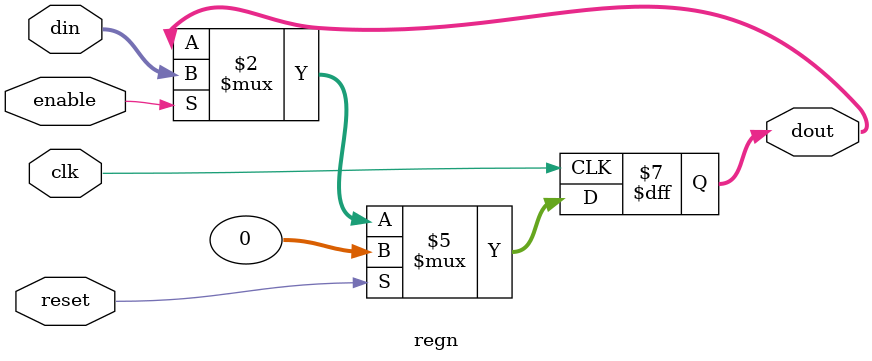
<source format=v>
module regn(
	input signed [31:0] din,
	input clk, enable, reset,
	output reg signed [31:0] dout
	);
	
	//set and retrieve data
	always @(posedge clk)
	begin
	    if(reset)
		    dout <= 32'h0000;
	    else if(enable)
		    dout <= din;
	end
	
endmodule
</source>
